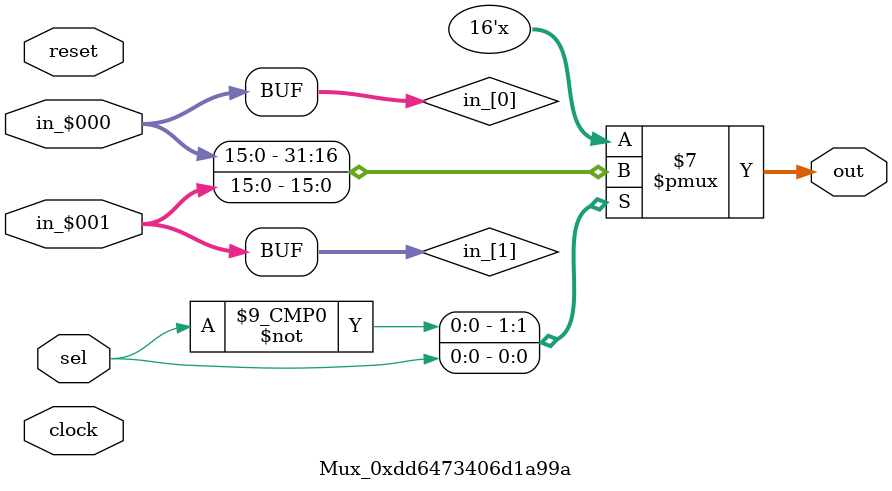
<source format=v>
module Mux_0xdd6473406d1a99a
(
  input  wire [   0:0] clock,
  input  wire [  15:0] in_$000,
  input  wire [  15:0] in_$001,
  output reg  [  15:0] out,
  input  wire [   0:0] reset,
  input  wire [   0:0] sel
);
  localparam nports = 2;
  wire   [  15:0] in_[0:1];
  assign in_[  0] = in_$000;
  assign in_[  1] = in_$001;
  always @ (*) begin
    out = in_[sel];
  end
endmodule
</source>
